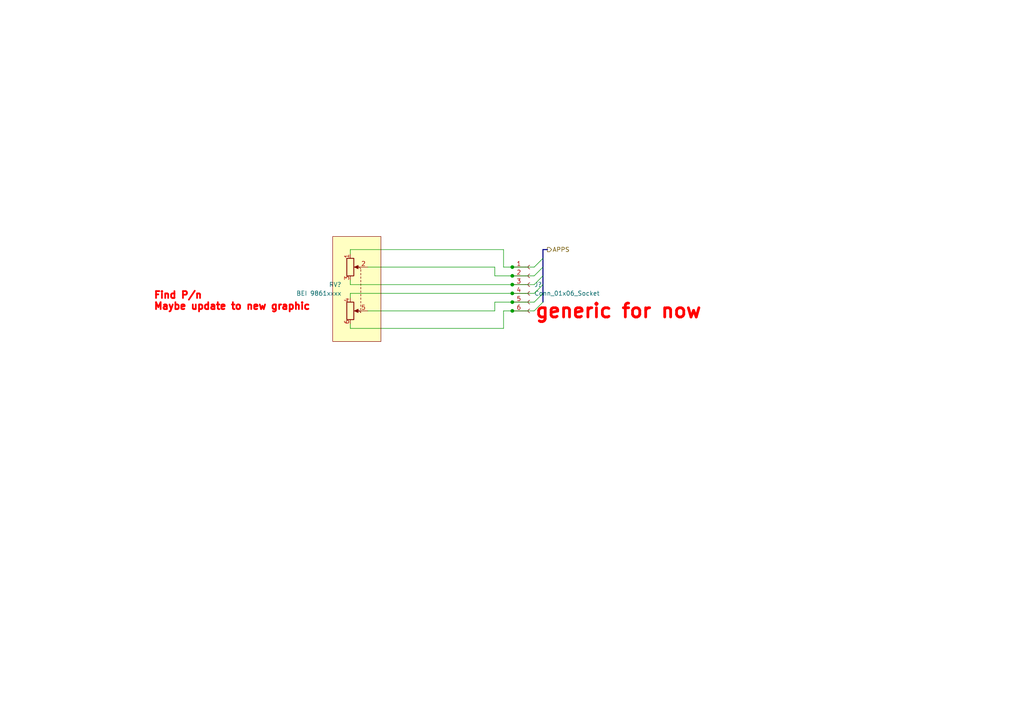
<source format=kicad_sch>
(kicad_sch (version 20230121) (generator eeschema)
  (paper "A4")
  (lib_symbols
    (symbol "Connector:Conn_01x06_Socket" (pin_names (offset 1.016) hide)
      (property "Reference" "J" (at 0 7.62 0))
      (property "Value" "Conn_01x06_Socket" (at 0 -10.16 0))
      (symbol "Conn_01x06_Socket_1_1"
        (arc (start 0 -7.112) (mid -0.5058 -7.62) (end 0 -8.128) (stroke (width 0.1524)))
        (arc (start 0 -4.572) (mid -0.5058 -5.08) (end 0 -5.588) (stroke (width 0.1524)))
        (arc (start 0 -2.032) (mid -0.5058 -2.54) (end 0 -3.048) (stroke (width 0.1524)))
        (polyline (pts (xy -1.27 -7.62) (xy -0.508 -7.62)) (stroke (width 0.1524)))
        (polyline (pts (xy -1.27 -5.08) (xy -0.508 -5.08)) (stroke (width 0.1524)))
        (polyline (pts (xy -1.27 -2.54) (xy -0.508 -2.54)) (stroke (width 0.1524)))
        (polyline (pts (xy -1.27 0) (xy -0.508 0)) (stroke (width 0.1524)))
        (polyline (pts (xy -1.27 2.54) (xy -0.508 2.54)) (stroke (width 0.1524)))
        (polyline (pts (xy -1.27 5.08) (xy -0.508 5.08)) (stroke (width 0.1524)))
        (arc (start 0 0.508) (mid -0.5058 0) (end 0 -0.508) (stroke (width 0.1524)))
        (arc (start 0 3.048) (mid -0.5058 2.54) (end 0 2.032) (stroke (width 0.1524)))
        (arc (start 0 5.588) (mid -0.5058 5.08) (end 0 4.572) (stroke (width 0.1524)))
        (pin passive line (at -5.08 5.08 0) (length 3.81) (name "Pin_1") (number "1"))
        (pin passive line (at -5.08 2.54 0) (length 3.81) (name "Pin_2") (number "2"))
        (pin passive line (at -5.08 0 0) (length 3.81) (name "Pin_3") (number "3"))
        (pin passive line (at -5.08 -2.54 0) (length 3.81) (name "Pin_4") (number "4"))
        (pin passive line (at -5.08 -5.08 0) (length 3.81) (name "Pin_5") (number "5"))
        (pin passive line (at -5.08 -7.62 0) (length 3.81) (name "Pin_6") (number "6"))
      )
    )
    (symbol "Device:R_Potentiometer_Dual" (pin_names (offset 1.016) hide)
      (property "Reference" "RV" (at 0 3.81 0))
      (property "Value" "R_Potentiometer_Dual" (at 0 1.905 0))
      (symbol "R_Potentiometer_Dual_0_1"
        (rectangle (start -8.89 -1.524) (end -3.81 -3.556) (stroke (width 0.254)))
        (polyline (pts (xy -6.35 0) (xy -6.35 -1.016)))
        (polyline (pts (xy -6.35 0) (xy -6.35 -1.016)))
        (polyline (pts (xy -6.35 0) (xy -5.842 0.508)))
        (polyline (pts (xy -5.588 0.508) (xy -5.08 0.508)))
        (polyline (pts (xy -4.572 0.508) (xy -4.064 0.508)))
        (polyline (pts (xy -3.556 0.508) (xy -3.048 0.508)))
        (polyline (pts (xy -2.54 0.508) (xy -2.032 0.508)))
        (polyline (pts (xy -1.524 0.508) (xy -1.016 0.508)))
        (polyline (pts (xy -0.508 0.508) (xy 0 0.508)))
        (polyline (pts (xy 0.508 0.508) (xy 1.016 0.508)))
        (polyline (pts (xy 1.524 0.508) (xy 2.032 0.508)))
        (polyline (pts (xy 2.54 0.508) (xy 3.048 0.508)))
        (polyline (pts (xy 3.556 0.508) (xy 4.064 0.508)))
        (polyline (pts (xy 4.572 0.508) (xy 5.08 0.508)))
        (polyline (pts (xy 5.588 0.508) (xy 6.096 0.508)))
        (polyline (pts (xy 6.35 0) (xy 6.35 -1.016)))
        (polyline (pts (xy 6.35 0) (xy 6.35 -1.016)))
        (polyline (pts (xy 6.604 0.508) (xy 6.858 0.508) (xy 6.35 0)))
        (polyline (pts (xy -6.35 -1.397) (xy -6.858 -0.254) (xy -5.842 -0.254) (xy -6.35 -1.397)) (fill (type outline)))
        (polyline (pts (xy 6.35 -1.397) (xy 5.842 -0.254) (xy 6.858 -0.254) (xy 6.35 -1.397)) (fill (type outline)))
        (rectangle (start 3.81 -1.524) (end 8.89 -3.556) (stroke (width 0.254)))
      )
      (symbol "R_Potentiometer_Dual_1_1"
        (pin passive line (at -10.16 -2.54 0) (length 1.27) (name "1") (number "1"))
        (pin passive line (at -6.35 2.54 270) (length 2.54) (name "2") (number "2"))
        (pin passive line (at -2.54 -2.54 180) (length 1.27) (name "3") (number "3"))
        (pin passive line (at 2.54 -2.54 0) (length 1.27) (name "4") (number "4"))
        (pin passive line (at 6.35 2.54 270) (length 2.54) (name "5") (number "5"))
        (pin passive line (at 10.16 -2.54 180) (length 1.27) (name "6") (number "6"))
      )
    )
  )
  (junction (at 148.59 90.17))
  (junction (at 148.59 77.47))
  (junction (at 148.59 82.55))
  (junction (at 148.59 80.01))
  (junction (at 148.59 85.09))
  (junction (at 148.59 87.63))
  (bus_entry (at 154.94 82.55) (size 2.54 -2.54))
  (bus_entry (at 154.94 90.17) (size 2.54 -2.54))
  (bus_entry (at 154.94 77.47) (size 2.54 -2.54))
  (bus_entry (at 154.94 85.09) (size 2.54 -2.54))
  (bus_entry (at 154.94 87.63) (size 2.54 -2.54))
  (bus_entry (at 154.94 80.01) (size 2.54 -2.54))
  (wire (pts (xy 106.68 90.17) (xy 143.51 90.17)))
  (wire (pts (xy 101.6 95.25) (xy 101.6 93.98)))
  (bus (pts (xy 157.48 80.01) (xy 157.48 77.47)))
  (wire (pts (xy 148.59 80.01) (xy 154.94 80.01)))
  (bus (pts (xy 157.48 74.93) (xy 157.48 72.39)))
  (wire (pts (xy 101.6 86.36) (xy 101.6 85.09)))
  (bus (pts (xy 157.48 72.39) (xy 158.75 72.39)))
  (wire (pts (xy 101.6 85.09) (xy 148.59 85.09)))
  (wire (pts (xy 148.59 87.63) (xy 154.94 87.63)))
  (wire (pts (xy 148.59 77.47) (xy 154.94 77.47)))
  (wire (pts (xy 143.51 80.01) (xy 148.59 80.01)))
  (bus (pts (xy 157.48 85.09) (xy 157.48 82.55)))
  (wire (pts (xy 143.51 77.47) (xy 143.51 80.01)))
  (wire (pts (xy 148.59 85.09) (xy 154.94 85.09)))
  (wire (pts (xy 143.51 90.17) (xy 143.51 87.63)))
  (wire (pts (xy 148.59 82.55) (xy 154.94 82.55)))
  (wire (pts (xy 148.59 90.17) (xy 154.94 90.17)))
  (wire (pts (xy 101.6 82.55) (xy 101.6 81.28)))
  (wire (pts (xy 101.6 95.25) (xy 146.05 95.25)))
  (wire (pts (xy 106.68 77.47) (xy 143.51 77.47)))
  (wire (pts (xy 101.6 72.39) (xy 146.05 72.39)))
  (bus (pts (xy 157.48 87.63) (xy 157.48 85.09)))
  (wire (pts (xy 146.05 90.17) (xy 146.05 95.25)))
  (wire (pts (xy 101.6 73.66) (xy 101.6 72.39)))
  (wire (pts (xy 101.6 82.55) (xy 148.59 82.55)))
  (wire (pts (xy 146.05 77.47) (xy 148.59 77.47)))
  (bus (pts (xy 157.48 82.55) (xy 157.48 80.01)))
  (bus (pts (xy 157.48 77.47) (xy 157.48 74.93)))
  (wire (pts (xy 146.05 72.39) (xy 146.05 77.47)))
  (wire (pts (xy 148.59 90.17) (xy 146.05 90.17)))
  (wire (pts (xy 143.51 87.63) (xy 148.59 87.63)))
  (rectangle (start 96.52 68.58) (end 110.49 99.06) (stroke (width 0) (color 132 0 0 1)) (fill (type color) (color 255 255 194 1)))
  (text "generic for now" (at 154.94 92.71 0) (effects (font (size 4 4) (thickness 0.8) bold) (justify left bottom)))
  (text "Find P/n\nMaybe update to new graphic" (at 44.45 90.17 0) (effects (font (size 2 2) (thickness 0.8) bold) (justify left bottom)))
  (hierarchical_label "APPS" (shape output) (at 158.75 72.39 0))
  (symbol (lib_id "Connector:Conn_01x06_Socket") (at 153.67 82.55 0) (unit 1)
    (property "Reference" "J?" (at 154.94 82.55 0) (effects (justify left)))
    (property "Value" "Conn_01x06_Socket" (at 154.94 85.09 0) (effects (justify left)))
  )
  (symbol (lib_id "Device:R_Potentiometer_Dual") (at 104.14 83.82 270) (unit 1)
    (property "Reference" "RV?" (at 99.06 82.55 90) (effects (justify right)))
    (property "Value" "BEI 9861xxxx" (at 99.06 85.09 90) (effects (justify right)))
  )
)
</source>
